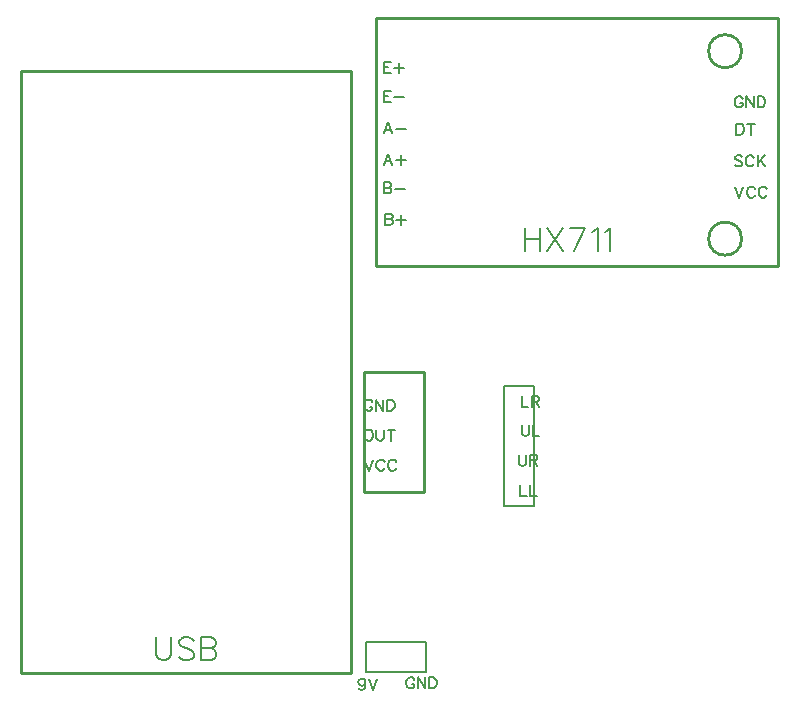
<source format=gto>
G04 Layer: TopSilkLayer*
G04 EasyEDA v6.2.46, 2019-12-17T13:03:00+00:00*
G04 0172e0994fd644d79e33dd8747f588b4,932ed04fcfe14a16a0103060ae18c599,10*
G04 Gerber Generator version 0.2*
G04 Scale: 100 percent, Rotated: No, Reflected: No *
G04 Dimensions in millimeters *
G04 leading zeros omitted , absolute positions ,3 integer and 3 decimal *
%FSLAX33Y33*%
%MOMM*%
G90*
G71D02*

%ADD10C,0.254000*%
%ADD18C,0.203200*%
%ADD19C,0.202999*%

%LPD*%
G54D18*
G01X45339Y31090D02*
G01X42799Y31090D01*
G01X42799Y41250D01*
G01X45339Y41250D01*
G01X45339Y39345D01*
G54D19*
G01X45339Y31090D02*
G01X45339Y39345D01*
G54D18*
G01X36195Y19533D02*
G01X36195Y17018D01*
G01X31115Y17018D01*
G01X31115Y19533D01*
G01X36195Y19533D01*
G54D10*
G01X1875Y67932D02*
G01X1875Y16933D01*
G01X29874Y16933D01*
G01X29874Y67932D01*
G01X15875Y67932D01*
G01X1875Y67932D01*
G01X30988Y42393D02*
G01X36068Y42393D01*
G01X36068Y32233D01*
G01X30988Y32233D01*
G01X30988Y42393D01*
G01X31982Y72365D02*
G01X65982Y72365D01*
G01X65982Y51365D01*
G01X31982Y51365D01*
G01X31982Y72365D01*
G54D18*
G01X44323Y40361D02*
G01X44323Y39405D01*
G01X44323Y39405D02*
G01X44869Y39405D01*
G01X45168Y40361D02*
G01X45168Y39405D01*
G01X45168Y40361D02*
G01X45577Y40361D01*
G01X45714Y40315D01*
G01X45758Y40269D01*
G01X45803Y40178D01*
G01X45803Y40086D01*
G01X45758Y39997D01*
G01X45714Y39952D01*
G01X45577Y39906D01*
G01X45168Y39906D01*
G01X45486Y39906D02*
G01X45803Y39405D01*
G01X44323Y37947D02*
G01X44323Y37264D01*
G01X44368Y37130D01*
G01X44460Y37038D01*
G01X44594Y36992D01*
G01X44686Y36992D01*
G01X44823Y37038D01*
G01X44914Y37130D01*
G01X44960Y37264D01*
G01X44960Y37947D01*
G01X45260Y37947D02*
G01X45260Y36992D01*
G01X45260Y36992D02*
G01X45803Y36992D01*
G01X44069Y35407D02*
G01X44069Y34724D01*
G01X44114Y34590D01*
G01X44206Y34498D01*
G01X44340Y34452D01*
G01X44432Y34452D01*
G01X44569Y34498D01*
G01X44660Y34590D01*
G01X44706Y34724D01*
G01X44706Y35407D01*
G01X45006Y35407D02*
G01X45006Y34452D01*
G01X45006Y35407D02*
G01X45415Y35407D01*
G01X45549Y35362D01*
G01X45595Y35316D01*
G01X45641Y35225D01*
G01X45641Y35133D01*
G01X45595Y35044D01*
G01X45549Y34999D01*
G01X45415Y34953D01*
G01X45006Y34953D01*
G01X45323Y34953D02*
G01X45641Y34452D01*
G01X44196Y32867D02*
G01X44196Y31912D01*
G01X44196Y31912D02*
G01X44742Y31912D01*
G01X45041Y32867D02*
G01X45041Y31912D01*
G01X45041Y31912D02*
G01X45587Y31912D01*
G01X35224Y16345D02*
G01X35181Y16436D01*
G01X35090Y16528D01*
G01X34998Y16573D01*
G01X34815Y16573D01*
G01X34726Y16528D01*
G01X34635Y16436D01*
G01X34589Y16345D01*
G01X34544Y16210D01*
G01X34544Y15982D01*
G01X34589Y15844D01*
G01X34635Y15756D01*
G01X34726Y15664D01*
G01X34815Y15618D01*
G01X34998Y15618D01*
G01X35090Y15664D01*
G01X35181Y15756D01*
G01X35224Y15844D01*
G01X35224Y15982D01*
G01X34998Y15982D02*
G01X35224Y15982D01*
G01X35526Y16573D02*
G01X35526Y15618D01*
G01X35526Y16573D02*
G01X36161Y15618D01*
G01X36161Y16573D02*
G01X36161Y15618D01*
G01X36461Y16573D02*
G01X36461Y15618D01*
G01X36461Y16573D02*
G01X36779Y16573D01*
G01X36916Y16528D01*
G01X37007Y16436D01*
G01X37053Y16345D01*
G01X37099Y16210D01*
G01X37099Y15982D01*
G01X37053Y15844D01*
G01X37007Y15756D01*
G01X36916Y15664D01*
G01X36779Y15618D01*
G01X36461Y15618D01*
G01X31071Y16126D02*
G01X31026Y15992D01*
G01X30934Y15900D01*
G01X30797Y15855D01*
G01X30751Y15855D01*
G01X30617Y15900D01*
G01X30525Y15992D01*
G01X30480Y16126D01*
G01X30480Y16172D01*
G01X30525Y16309D01*
G01X30617Y16401D01*
G01X30751Y16446D01*
G01X30797Y16446D01*
G01X30934Y16401D01*
G01X31026Y16309D01*
G01X31071Y16126D01*
G01X31071Y15900D01*
G01X31026Y15674D01*
G01X30934Y15537D01*
G01X30797Y15491D01*
G01X30706Y15491D01*
G01X30571Y15537D01*
G01X30525Y15629D01*
G01X31371Y16446D02*
G01X31734Y15491D01*
G01X32097Y16446D02*
G01X31734Y15491D01*
G01X13350Y19933D02*
G01X13350Y18548D01*
G01X13441Y18271D01*
G01X13626Y18086D01*
G01X13903Y17995D01*
G01X14089Y17995D01*
G01X14366Y18086D01*
G01X14551Y18271D01*
G01X14642Y18548D01*
G01X14642Y19933D01*
G01X16545Y19656D02*
G01X16359Y19841D01*
G01X16083Y19933D01*
G01X15714Y19933D01*
G01X15437Y19841D01*
G01X15252Y19656D01*
G01X15252Y19473D01*
G01X15343Y19287D01*
G01X15437Y19193D01*
G01X15623Y19102D01*
G01X16177Y18917D01*
G01X16359Y18825D01*
G01X16453Y18734D01*
G01X16545Y18548D01*
G01X16545Y18271D01*
G01X16359Y18086D01*
G01X16083Y17995D01*
G01X15714Y17995D01*
G01X15437Y18086D01*
G01X15252Y18271D01*
G01X17154Y19933D02*
G01X17154Y17995D01*
G01X17154Y19933D02*
G01X17985Y19933D01*
G01X18264Y19841D01*
G01X18356Y19750D01*
G01X18447Y19564D01*
G01X18447Y19379D01*
G01X18356Y19193D01*
G01X18264Y19102D01*
G01X17985Y19011D01*
G01X17154Y19011D02*
G01X17985Y19011D01*
G01X18264Y18917D01*
G01X18356Y18825D01*
G01X18447Y18640D01*
G01X18447Y18363D01*
G01X18356Y18177D01*
G01X18264Y18086D01*
G01X17985Y17995D01*
G01X17154Y17995D01*
G01X30988Y34988D02*
G01X31351Y34033D01*
G01X31714Y34988D02*
G01X31351Y34033D01*
G01X32697Y34760D02*
G01X32651Y34851D01*
G01X32560Y34943D01*
G01X32468Y34988D01*
G01X32288Y34988D01*
G01X32197Y34943D01*
G01X32105Y34851D01*
G01X32059Y34760D01*
G01X32014Y34625D01*
G01X32014Y34397D01*
G01X32059Y34259D01*
G01X32105Y34171D01*
G01X32197Y34079D01*
G01X32288Y34033D01*
G01X32468Y34033D01*
G01X32560Y34079D01*
G01X32651Y34171D01*
G01X32697Y34259D01*
G01X33677Y34760D02*
G01X33634Y34851D01*
G01X33543Y34943D01*
G01X33451Y34988D01*
G01X33268Y34988D01*
G01X33180Y34943D01*
G01X33088Y34851D01*
G01X33042Y34760D01*
G01X32997Y34625D01*
G01X32997Y34397D01*
G01X33042Y34259D01*
G01X33088Y34171D01*
G01X33180Y34079D01*
G01X33268Y34033D01*
G01X33451Y34033D01*
G01X33543Y34079D01*
G01X33634Y34171D01*
G01X33677Y34259D01*
G01X31259Y37528D02*
G01X31170Y37483D01*
G01X31079Y37391D01*
G01X31033Y37300D01*
G01X30988Y37165D01*
G01X30988Y36937D01*
G01X31033Y36799D01*
G01X31079Y36711D01*
G01X31170Y36619D01*
G01X31259Y36573D01*
G01X31442Y36573D01*
G01X31534Y36619D01*
G01X31625Y36711D01*
G01X31668Y36799D01*
G01X31714Y36937D01*
G01X31714Y37165D01*
G01X31668Y37300D01*
G01X31625Y37391D01*
G01X31534Y37483D01*
G01X31442Y37528D01*
G01X31259Y37528D01*
G01X32014Y37528D02*
G01X32014Y36845D01*
G01X32059Y36711D01*
G01X32151Y36619D01*
G01X32288Y36573D01*
G01X32379Y36573D01*
G01X32514Y36619D01*
G01X32605Y36711D01*
G01X32651Y36845D01*
G01X32651Y37528D01*
G01X33268Y37528D02*
G01X33268Y36573D01*
G01X32951Y37528D02*
G01X33588Y37528D01*
G01X31668Y39840D02*
G01X31625Y39931D01*
G01X31534Y40023D01*
G01X31442Y40068D01*
G01X31259Y40068D01*
G01X31170Y40023D01*
G01X31079Y39931D01*
G01X31033Y39840D01*
G01X30988Y39705D01*
G01X30988Y39477D01*
G01X31033Y39339D01*
G01X31079Y39251D01*
G01X31170Y39159D01*
G01X31259Y39113D01*
G01X31442Y39113D01*
G01X31534Y39159D01*
G01X31625Y39251D01*
G01X31668Y39339D01*
G01X31668Y39477D01*
G01X31442Y39477D02*
G01X31668Y39477D01*
G01X31970Y40068D02*
G01X31970Y39113D01*
G01X31970Y40068D02*
G01X32605Y39113D01*
G01X32605Y40068D02*
G01X32605Y39113D01*
G01X32905Y40068D02*
G01X32905Y39113D01*
G01X32905Y40068D02*
G01X33223Y40068D01*
G01X33360Y40023D01*
G01X33451Y39931D01*
G01X33497Y39840D01*
G01X33543Y39705D01*
G01X33543Y39477D01*
G01X33497Y39339D01*
G01X33451Y39251D01*
G01X33360Y39159D01*
G01X33223Y39113D01*
G01X32905Y39113D01*
G01X62357Y58102D02*
G01X62720Y57147D01*
G01X63083Y58102D02*
G01X62720Y57147D01*
G01X64066Y57874D02*
G01X64020Y57965D01*
G01X63929Y58057D01*
G01X63837Y58102D01*
G01X63657Y58102D01*
G01X63566Y58057D01*
G01X63474Y57965D01*
G01X63428Y57874D01*
G01X63383Y57739D01*
G01X63383Y57511D01*
G01X63428Y57373D01*
G01X63474Y57285D01*
G01X63566Y57193D01*
G01X63657Y57147D01*
G01X63837Y57147D01*
G01X63929Y57193D01*
G01X64020Y57285D01*
G01X64066Y57373D01*
G01X65046Y57874D02*
G01X65003Y57965D01*
G01X64912Y58057D01*
G01X64820Y58102D01*
G01X64637Y58102D01*
G01X64549Y58057D01*
G01X64457Y57965D01*
G01X64411Y57874D01*
G01X64366Y57739D01*
G01X64366Y57511D01*
G01X64411Y57373D01*
G01X64457Y57285D01*
G01X64549Y57193D01*
G01X64637Y57147D01*
G01X64820Y57147D01*
G01X64912Y57193D01*
G01X65003Y57285D01*
G01X65046Y57373D01*
G01X62994Y60632D02*
G01X62903Y60724D01*
G01X62765Y60769D01*
G01X62585Y60769D01*
G01X62448Y60724D01*
G01X62357Y60632D01*
G01X62357Y60541D01*
G01X62402Y60449D01*
G01X62448Y60406D01*
G01X62539Y60360D01*
G01X62811Y60269D01*
G01X62903Y60223D01*
G01X62948Y60178D01*
G01X62994Y60086D01*
G01X62994Y59952D01*
G01X62903Y59860D01*
G01X62765Y59814D01*
G01X62585Y59814D01*
G01X62448Y59860D01*
G01X62357Y59952D01*
G01X63974Y60541D02*
G01X63929Y60632D01*
G01X63837Y60724D01*
G01X63748Y60769D01*
G01X63566Y60769D01*
G01X63474Y60724D01*
G01X63383Y60632D01*
G01X63339Y60541D01*
G01X63294Y60406D01*
G01X63294Y60178D01*
G01X63339Y60040D01*
G01X63383Y59952D01*
G01X63474Y59860D01*
G01X63566Y59814D01*
G01X63748Y59814D01*
G01X63837Y59860D01*
G01X63929Y59952D01*
G01X63974Y60040D01*
G01X64274Y60769D02*
G01X64274Y59814D01*
G01X64912Y60769D02*
G01X64274Y60132D01*
G01X64503Y60360D02*
G01X64912Y59814D01*
G01X62484Y63436D02*
G01X62484Y62481D01*
G01X62484Y63436D02*
G01X62801Y63436D01*
G01X62938Y63391D01*
G01X63030Y63299D01*
G01X63075Y63208D01*
G01X63121Y63073D01*
G01X63121Y62845D01*
G01X63075Y62707D01*
G01X63030Y62619D01*
G01X62938Y62527D01*
G01X62801Y62481D01*
G01X62484Y62481D01*
G01X63738Y63436D02*
G01X63738Y62481D01*
G01X63421Y63436D02*
G01X64056Y63436D01*
G01X63040Y65532D02*
G01X62994Y65623D01*
G01X62903Y65715D01*
G01X62811Y65761D01*
G01X62628Y65761D01*
G01X62540Y65715D01*
G01X62448Y65623D01*
G01X62402Y65532D01*
G01X62357Y65397D01*
G01X62357Y65169D01*
G01X62402Y65032D01*
G01X62448Y64943D01*
G01X62540Y64851D01*
G01X62628Y64805D01*
G01X62811Y64805D01*
G01X62903Y64851D01*
G01X62994Y64943D01*
G01X63040Y65032D01*
G01X63040Y65169D01*
G01X62811Y65169D02*
G01X63040Y65169D01*
G01X63340Y65761D02*
G01X63340Y64805D01*
G01X63340Y65761D02*
G01X63975Y64805D01*
G01X63975Y65761D02*
G01X63975Y64805D01*
G01X64274Y65761D02*
G01X64274Y64805D01*
G01X64274Y65761D02*
G01X64594Y65761D01*
G01X64729Y65715D01*
G01X64820Y65623D01*
G01X64866Y65532D01*
G01X64912Y65397D01*
G01X64912Y65169D01*
G01X64866Y65032D01*
G01X64820Y64943D01*
G01X64729Y64851D01*
G01X64594Y64805D01*
G01X64274Y64805D01*
G01X32766Y55816D02*
G01X32766Y54861D01*
G01X32766Y55816D02*
G01X33174Y55816D01*
G01X33312Y55771D01*
G01X33357Y55725D01*
G01X33403Y55634D01*
G01X33403Y55542D01*
G01X33357Y55453D01*
G01X33312Y55407D01*
G01X33174Y55362D01*
G01X32766Y55362D02*
G01X33174Y55362D01*
G01X33312Y55316D01*
G01X33357Y55270D01*
G01X33403Y55179D01*
G01X33403Y55044D01*
G01X33357Y54953D01*
G01X33312Y54907D01*
G01X33174Y54861D01*
G01X32766Y54861D01*
G01X34112Y55679D02*
G01X34112Y54861D01*
G01X33703Y55270D02*
G01X34521Y55270D01*
G01X32639Y58483D02*
G01X32639Y57528D01*
G01X32639Y58483D02*
G01X33047Y58483D01*
G01X33185Y58438D01*
G01X33230Y58392D01*
G01X33276Y58301D01*
G01X33276Y58209D01*
G01X33230Y58120D01*
G01X33185Y58074D01*
G01X33047Y58029D01*
G01X32639Y58029D02*
G01X33047Y58029D01*
G01X33185Y57983D01*
G01X33230Y57937D01*
G01X33276Y57846D01*
G01X33276Y57711D01*
G01X33230Y57620D01*
G01X33185Y57574D01*
G01X33047Y57528D01*
G01X32639Y57528D01*
G01X33576Y57937D02*
G01X34394Y57937D01*
G01X33002Y60896D02*
G01X32639Y59941D01*
G01X33002Y60896D02*
G01X33365Y59941D01*
G01X32776Y60259D02*
G01X33230Y60259D01*
G01X34076Y60759D02*
G01X34076Y59941D01*
G01X33665Y60350D02*
G01X34485Y60350D01*
G01X33002Y63563D02*
G01X32639Y62608D01*
G01X33002Y63563D02*
G01X33365Y62608D01*
G01X32776Y62926D02*
G01X33230Y62926D01*
G01X33665Y63017D02*
G01X34485Y63017D01*
G01X32639Y66230D02*
G01X32639Y65275D01*
G01X32639Y66230D02*
G01X33230Y66230D01*
G01X32639Y65776D02*
G01X33002Y65776D01*
G01X32639Y65275D02*
G01X33230Y65275D01*
G01X33530Y65684D02*
G01X34348Y65684D01*
G01X32639Y68681D02*
G01X32639Y67726D01*
G01X32639Y68681D02*
G01X33230Y68681D01*
G01X32639Y68227D02*
G01X33002Y68227D01*
G01X32639Y67726D02*
G01X33230Y67726D01*
G01X33939Y68544D02*
G01X33939Y67726D01*
G01X33530Y68135D02*
G01X34348Y68135D01*
G01X44577Y54600D02*
G01X44577Y52662D01*
G01X45869Y54600D02*
G01X45869Y52662D01*
G01X44577Y53678D02*
G01X45869Y53678D01*
G01X46479Y54600D02*
G01X47772Y52662D01*
G01X47772Y54600D02*
G01X46479Y52662D01*
G01X49674Y54600D02*
G01X48752Y52662D01*
G01X48381Y54600D02*
G01X49674Y54600D01*
G01X50284Y54231D02*
G01X50469Y54323D01*
G01X50746Y54600D01*
G01X50746Y52662D01*
G01X51356Y54231D02*
G01X51541Y54323D01*
G01X51818Y54600D01*
G01X51818Y52662D01*
G54D10*
G75*
G01X62929Y53696D02*
G03X62929Y53696I-1397J0D01*
G01*
G75*
G01X62929Y69571D02*
G03X62929Y69571I-1397J0D01*
G01*
M00*
M02*

</source>
